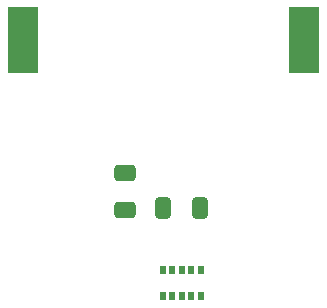
<source format=gbr>
%TF.GenerationSoftware,KiCad,Pcbnew,(5.99.0-13050-gf79cb382c4)*%
%TF.CreationDate,2021-11-18T10:13:38-08:00*%
%TF.ProjectId,S_Alarm,535f416c-6172-46d2-9e6b-696361645f70,rev?*%
%TF.SameCoordinates,Original*%
%TF.FileFunction,Paste,Bot*%
%TF.FilePolarity,Positive*%
%FSLAX46Y46*%
G04 Gerber Fmt 4.6, Leading zero omitted, Abs format (unit mm)*
G04 Created by KiCad (PCBNEW (5.99.0-13050-gf79cb382c4)) date 2021-11-18 10:13:38*
%MOMM*%
%LPD*%
G01*
G04 APERTURE LIST*
G04 Aperture macros list*
%AMRoundRect*
0 Rectangle with rounded corners*
0 $1 Rounding radius*
0 $2 $3 $4 $5 $6 $7 $8 $9 X,Y pos of 4 corners*
0 Add a 4 corners polygon primitive as box body*
4,1,4,$2,$3,$4,$5,$6,$7,$8,$9,$2,$3,0*
0 Add four circle primitives for the rounded corners*
1,1,$1+$1,$2,$3*
1,1,$1+$1,$4,$5*
1,1,$1+$1,$6,$7*
1,1,$1+$1,$8,$9*
0 Add four rect primitives between the rounded corners*
20,1,$1+$1,$2,$3,$4,$5,0*
20,1,$1+$1,$4,$5,$6,$7,0*
20,1,$1+$1,$6,$7,$8,$9,0*
20,1,$1+$1,$8,$9,$2,$3,0*%
G04 Aperture macros list end*
%ADD10RoundRect,0.250000X-0.650000X0.412500X-0.650000X-0.412500X0.650000X-0.412500X0.650000X0.412500X0*%
%ADD11RoundRect,0.250000X-0.412500X-0.650000X0.412500X-0.650000X0.412500X0.650000X-0.412500X0.650000X0*%
%ADD12R,2.600000X5.560000*%
%ADD13R,0.500000X0.800000*%
G04 APERTURE END LIST*
D10*
%TO.C,C2*%
X96774000Y-83400500D03*
X96774000Y-86525500D03*
%TD*%
D11*
%TO.C,C3*%
X100037500Y-86360000D03*
X103162500Y-86360000D03*
%TD*%
D12*
%TO.C,BT1*%
X111981000Y-72136000D03*
X88171000Y-72136000D03*
%TD*%
D13*
%TO.C,Y1*%
X103200000Y-93810000D03*
X102400000Y-93810000D03*
X101600000Y-93810000D03*
X100800000Y-93810000D03*
X100000000Y-93810000D03*
X100000000Y-91610000D03*
X100800000Y-91610000D03*
X101600000Y-91610000D03*
X102400000Y-91610000D03*
X103200000Y-91610000D03*
%TD*%
M02*

</source>
